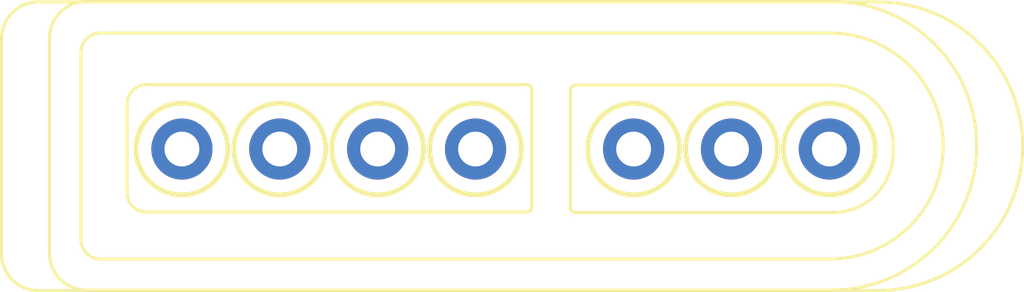
<source format=kicad_pcb>
(kicad_pcb (version 20240108) (generator "pcbnew") (generator_version "8.0")
  (layers (0 "F.Cu" signal) (31 "B.Cu" signal) (34 "B.Paste" user) (35 "F.Paste" user) (36 "B.SilkS" user "B.Silkscreen") (37 "F.SilkS" user "F.Silkscreen") (38 "B.Mask" user) (39 "F.Mask" user) (44 "Edge.Cuts" user))
  (net 0 "")
  (net 1 "DATA")
  (footprint "snes_breakout:SNESCONN" (layer "F.Cu") (at 134.7851 106.9721)
    (property "Reference" "U$1" (hide yes))
    (property "Value" "SNESCONN" (hide yes))
    (fp_line (start -7.49 0.296) (end -7.49 -8.656) (stroke (width 0.127)) (layer "F.SilkS"))
    (fp_line (start -5.966 -10.18) (end 28.91 -10.18) (stroke (width 0.127)) (layer "F.SilkS"))
    (fp_line (start -5.5 -8.676) (end -5.5 0.276) (stroke (width 0.127)) (layer "F.SilkS"))
    (fp_line (start -4.19 -8.09) (end -4.19 -0.29) (stroke (width 0.127)) (layer "F.SilkS"))
    (fp_line (start -3.976 -10.2) (end 27 -10.2) (stroke (width 0.127)) (layer "F.SilkS"))
    (fp_line (start -3.976 1.8) (end 27 1.8) (stroke (width 0.127)) (layer "F.SilkS"))
    (fp_line (start -3.39 -8.89) (end 26.91 -8.89) (stroke (width 0.127)) (layer "F.SilkS"))
    (fp_line (start -3.39 0.51) (end 26.91 0.51) (stroke (width 0.127)) (layer "F.SilkS"))
    (fp_line (start -2.276 -2.245) (end -2.276 -5.945) (stroke (width 0.127)) (layer "F.SilkS"))
    (fp_line (start -1.476 -6.745) (end 14.324 -6.745) (stroke (width 0.127)) (layer "F.SilkS"))
    (fp_line (start -1.476 -1.445) (end 14.324 -1.445) (stroke (width 0.127)) (layer "F.SilkS"))
    (fp_line (start 14.524 -1.645) (end 14.524 -6.545) (stroke (width 0.127)) (layer "F.SilkS"))
    (fp_line (start 16.133 -1.625) (end 16.133 -6.525) (stroke (width 0.127)) (layer "F.SilkS"))
    (fp_line (start 16.333 -6.725) (end 27.033 -6.725) (stroke (width 0.127)) (layer "F.SilkS"))
    (fp_line (start 16.333 -1.425) (end 27.033 -1.425) (stroke (width 0.127)) (layer "F.SilkS"))
    (fp_line (start 28.91 1.82) (end -5.966 1.82) (stroke (width 0.127)) (layer "F.SilkS"))
    (fp_line (start 29.533 -3.925) (end 29.533 -4.225) (stroke (width 0.127)) (layer "F.SilkS"))
    (fp_arc (start -7.49 -8.656) (mid -7.043631 -9.733631) (end -5.966 -10.18) (stroke (width 0.127)) (layer "F.SilkS"))
    (fp_arc (start -5.966 1.82) (mid -7.043631 1.37363) (end -7.490001 0.295999) (stroke (width 0.127)) (layer "F.SilkS"))
    (fp_arc (start -5.5 -8.676) (mid -5.053631 -9.753631) (end -3.976 -10.2) (stroke (width 0.127)) (layer "F.SilkS"))
    (fp_arc (start -4.19 -8.09) (mid -3.955685 -8.655685) (end -3.39 -8.89) (stroke (width 0.127)) (layer "F.SilkS"))
    (fp_arc (start -3.975999 1.799999) (mid -5.05363 1.35363) (end -5.5 0.276) (stroke (width 0.127)) (layer "F.SilkS"))
    (fp_arc (start -3.39 0.51) (mid -3.955685 0.275685) (end -4.19 -0.29) (stroke (width 0.127)) (layer "F.SilkS"))
    (fp_arc (start -2.276 -5.945) (mid -2.041685 -6.510685) (end -1.476 -6.745) (stroke (width 0.127)) (layer "F.SilkS"))
    (fp_arc (start -1.476 -1.445) (mid -2.041685 -1.679315) (end -2.276 -2.245) (stroke (width 0.127)) (layer "F.SilkS"))
    (fp_arc (start 14.324 -6.745) (mid 14.465421 -6.686421) (end 14.524 -6.545) (stroke (width 0.127)) (layer "F.SilkS"))
    (fp_arc (start 14.524 -1.645) (mid 14.465421 -1.503579) (end 14.324 -1.445) (stroke (width 0.127)) (layer "F.SilkS"))
    (fp_arc (start 16.133 -6.525) (mid 16.191579 -6.666421) (end 16.333 -6.725) (stroke (width 0.127)) (layer "F.SilkS"))
    (fp_arc (start 16.333 -1.425) (mid 16.191579 -1.483579) (end 16.133 -1.625) (stroke (width 0.127)) (layer "F.SilkS"))
    (fp_arc (start 26.91 -8.89) (mid 30.233402 -7.513402) (end 31.61 -4.19) (stroke (width 0.127)) (layer "F.SilkS"))
    (fp_arc (start 27 -10.2) (mid 31.242641 -8.442641) (end 33 -4.2) (stroke (width 0.127)) (layer "F.SilkS"))
    (fp_arc (start 27.033 -6.725) (mid 28.800767 -5.992767) (end 29.533 -4.225) (stroke (width 0.127)) (layer "F.SilkS"))
    (fp_arc (start 28.91 -10.18) (mid 33.152641 -8.42264) (end 34.910001 -4.179999) (stroke (width 0.127)) (layer "F.SilkS"))
    (fp_arc (start 29.533 -3.925) (mid 28.800767 -2.157233) (end 27.033 -1.425) (stroke (width 0.127)) (layer "F.SilkS"))
    (fp_arc (start 31.61 -4.19) (mid 30.233402 -0.866598) (end 26.91 0.51) (stroke (width 0.127)) (layer "F.SilkS"))
    (fp_arc (start 33 -4.2) (mid 31.242641 0.042641) (end 27 1.8) (stroke (width 0.127)) (layer "F.SilkS"))
    (fp_arc (start 34.91 -4.18) (mid 33.152641 0.062641) (end 28.91 1.82) (stroke (width 0.127)) (layer "F.SilkS"))
    (fp_circle (center 0 -4.064) (end 1.905 -4.064) (stroke (width 0.2032)) (fill none) (layer "F.SilkS"))
    (fp_circle (center 4.064 -4.064) (end 5.969 -4.064) (stroke (width 0.2032)) (fill none) (layer "F.SilkS"))
    (fp_circle (center 8.128 -4.064) (end 10.033 -4.064) (stroke (width 0.2032)) (fill none) (layer "F.SilkS"))
    (fp_circle (center 12.192 -4.064) (end 14.097 -4.064) (stroke (width 0.2032)) (fill none) (layer "F.SilkS"))
    (fp_circle (center 18.756 -4.064) (end 20.661 -4.064) (stroke (width 0.2032)) (fill none) (layer "F.SilkS"))
    (fp_circle (center 22.82 -4.064) (end 24.725 -4.064) (stroke (width 0.2032)) (fill none) (layer "F.SilkS"))
    (fp_circle (center 26.884 -4.064) (end 28.789 -4.064) (stroke (width 0.2032)) (fill none) (layer "F.SilkS"))
    (pad "1" thru_hole circle (at 0 -4.064) (size 2.54 2.54) (drill 1.4478) (layers "*.Cu" "*.Mask"))
    (pad "2" thru_hole circle (at 4.064 -4.064) (size 2.54 2.54) (drill 1.4478) (layers "*.Cu" "*.Mask"))
    (pad "3" thru_hole circle (at 8.128 -4.064) (size 2.54 2.54) (drill 1.4478) (layers "*.Cu" "*.Mask"))
    (pad "4" thru_hole circle (at 12.192 -4.064) (size 2.54 2.54) (drill 1.4478) (layers "*.Cu" "*.Mask"))
    (pad "5" thru_hole circle (at 18.756 -4.064) (size 2.54 2.54) (drill 1.4478) (layers "*.Cu" "*.Mask"))
    (pad "6" thru_hole circle (at 22.82 -4.064) (size 2.54 2.54) (drill 1.4478) (layers "*.Cu" "*.Mask"))
    (pad "7" thru_hole circle (at 26.884 -4.064) (size 2.54 2.54) (drill 1.4478) (layers "*.Cu" "*.Mask"))
  )
  (segment (start 146.9771 102.9081) (end 147.2311 102.9081) (width 0.4064) (layer "B.Cu") (net 1))
)
</source>
